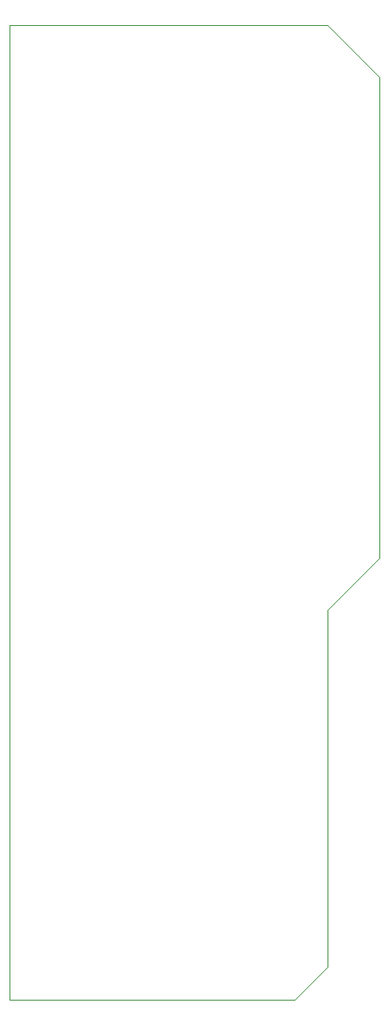
<source format=gbr>
%TF.GenerationSoftware,KiCad,Pcbnew,5.1.6-c6e7f7d~86~ubuntu18.04.1*%
%TF.CreationDate,2020-06-26T23:18:16+01:00*%
%TF.ProjectId,32KRAM_Higher_Rev1,33324b52-414d-45f4-9869-676865725f52,rev?*%
%TF.SameCoordinates,Original*%
%TF.FileFunction,Profile,NP*%
%FSLAX46Y46*%
G04 Gerber Fmt 4.6, Leading zero omitted, Abs format (unit mm)*
G04 Created by KiCad (PCBNEW 5.1.6-c6e7f7d~86~ubuntu18.04.1) date 2020-06-26 23:18:16*
%MOMM*%
%LPD*%
G01*
G04 APERTURE LIST*
%TA.AperFunction,Profile*%
%ADD10C,0.050000*%
%TD*%
G04 APERTURE END LIST*
D10*
X93345000Y-73660000D02*
X93345000Y-80645000D01*
X57150000Y-68580000D02*
X88265000Y-68580000D01*
X88265000Y-68580000D02*
X93345000Y-73660000D01*
X93345000Y-109220000D02*
X93345000Y-80645000D01*
X93345000Y-120650000D02*
X93345000Y-109220000D01*
X88265000Y-125730000D02*
X93345000Y-120650000D01*
X88265000Y-160655000D02*
X88265000Y-125730000D01*
X85090000Y-163830000D02*
X88265000Y-160655000D01*
X57150000Y-163830000D02*
X85090000Y-163830000D01*
X57150000Y-68580000D02*
X57150000Y-163830000D01*
M02*

</source>
